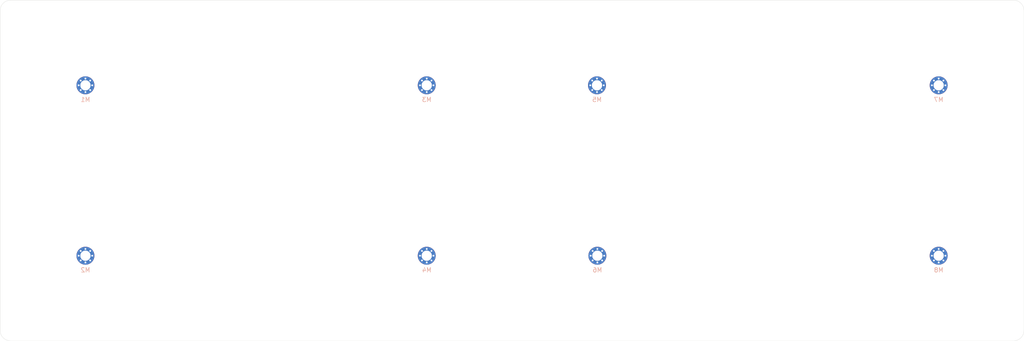
<source format=kicad_pcb>
(kicad_pcb (version 20171130) (host pcbnew 5.1.9+dfsg1-1)

  (general
    (thickness 1.6)
    (drawings 8)
    (tracks 0)
    (zones 0)
    (modules 8)
    (nets 1)
  )

  (page A4)
  (layers
    (0 F.Cu signal)
    (31 B.Cu signal)
    (32 B.Adhes user)
    (33 F.Adhes user)
    (34 B.Paste user)
    (35 F.Paste user)
    (36 B.SilkS user)
    (37 F.SilkS user)
    (38 B.Mask user)
    (39 F.Mask user)
    (40 Dwgs.User user)
    (41 Cmts.User user)
    (42 Eco1.User user)
    (43 Eco2.User user)
    (44 Edge.Cuts user)
    (45 Margin user)
    (46 B.CrtYd user)
    (47 F.CrtYd user)
    (48 B.Fab user)
    (49 F.Fab user)
  )

  (setup
    (last_trace_width 0.25)
    (trace_clearance 0.2)
    (zone_clearance 0.508)
    (zone_45_only no)
    (trace_min 0.2)
    (via_size 0.8)
    (via_drill 0.4)
    (via_min_size 0.4)
    (via_min_drill 0.3)
    (uvia_size 0.3)
    (uvia_drill 0.1)
    (uvias_allowed no)
    (uvia_min_size 0.2)
    (uvia_min_drill 0.1)
    (edge_width 0.05)
    (segment_width 0.2)
    (pcb_text_width 0.3)
    (pcb_text_size 1.5 1.5)
    (mod_edge_width 0.12)
    (mod_text_size 1 1)
    (mod_text_width 0.15)
    (pad_size 1.524 1.524)
    (pad_drill 0.762)
    (pad_to_mask_clearance 0)
    (aux_axis_origin 0 0)
    (visible_elements FFFFFF7F)
    (pcbplotparams
      (layerselection 0x010cc_ffffffff)
      (usegerberextensions false)
      (usegerberattributes true)
      (usegerberadvancedattributes true)
      (creategerberjobfile true)
      (excludeedgelayer true)
      (linewidth 0.100000)
      (plotframeref false)
      (viasonmask false)
      (mode 1)
      (useauxorigin false)
      (hpglpennumber 1)
      (hpglpenspeed 20)
      (hpglpendiameter 15.000000)
      (psnegative false)
      (psa4output false)
      (plotreference true)
      (plotvalue true)
      (plotinvisibletext false)
      (padsonsilk false)
      (subtractmaskfromsilk false)
      (outputformat 1)
      (mirror false)
      (drillshape 0)
      (scaleselection 1)
      (outputdirectory "gerber"))
  )

  (net 0 "")

  (net_class Default "This is the default net class."
    (clearance 0.2)
    (trace_width 0.25)
    (via_dia 0.8)
    (via_drill 0.4)
    (uvia_dia 0.3)
    (uvia_drill 0.1)
  )

  (module kbd:M2_HOLE_v3 (layer B.Cu) (tedit 5F7666AF) (tstamp 623F7D54)
    (at 249.2375 96.8375)
    (descr "Mounting Hole 2.2mm, no annular, M2")
    (tags "mounting hole 2.2mm no annular m2")
    (path /6241FEDE)
    (attr virtual)
    (fp_text reference M8 (at 0 3.2) (layer B.SilkS)
      (effects (font (size 1 1) (thickness 0.15)) (justify mirror))
    )
    (fp_text value MountingHole (at 0 -3.2) (layer B.Fab)
      (effects (font (size 1 1) (thickness 0.15)) (justify mirror))
    )
    (fp_circle (center 0 0) (end 2.2 0) (layer Cmts.User) (width 0.15))
    (fp_circle (center 0 0) (end 2.45 0) (layer B.CrtYd) (width 0.05))
    (fp_text user %R (at 0.3 0) (layer B.Fab)
      (effects (font (size 1 1) (thickness 0.15)) (justify mirror))
    )
    (pad 1 thru_hole circle (at 1.06 1.06) (size 0.5 0.5) (drill 0.4) (layers *.Cu *.Mask))
    (pad 1 thru_hole circle (at -1.06 1.06) (size 0.5 0.5) (drill 0.4) (layers *.Cu *.Mask))
    (pad 1 thru_hole circle (at -1.06 -1.06) (size 0.5 0.5) (drill 0.4) (layers *.Cu *.Mask))
    (pad 1 thru_hole circle (at 1.06 -1.06) (size 0.5 0.5) (drill 0.4) (layers *.Cu *.Mask))
    (pad 1 thru_hole circle (at 0 1.5) (size 0.5 0.5) (drill 0.4) (layers *.Cu *.Mask))
    (pad 1 thru_hole circle (at 0 -1.5) (size 0.5 0.5) (drill 0.4) (layers *.Cu *.Mask))
    (pad 1 thru_hole circle (at -1.5 0) (size 0.5 0.5) (drill 0.4) (layers *.Cu *.Mask))
    (pad 1 thru_hole circle (at 1.5 0) (size 0.5 0.5) (drill 0.4) (layers *.Cu *.Mask))
    (pad 1 thru_hole circle (at 0 0) (size 4 4) (drill 2.3) (layers *.Cu *.Mask))
  )

  (module kbd:M2_HOLE_v3 (layer B.Cu) (tedit 5F7666AF) (tstamp 623F7D44)
    (at 249.2375 58.7375)
    (descr "Mounting Hole 2.2mm, no annular, M2")
    (tags "mounting hole 2.2mm no annular m2")
    (path /6241FED8)
    (attr virtual)
    (fp_text reference M7 (at 0 3.2) (layer B.SilkS)
      (effects (font (size 1 1) (thickness 0.15)) (justify mirror))
    )
    (fp_text value MountingHole (at 0 -3.2) (layer B.Fab)
      (effects (font (size 1 1) (thickness 0.15)) (justify mirror))
    )
    (fp_circle (center 0 0) (end 2.2 0) (layer Cmts.User) (width 0.15))
    (fp_circle (center 0 0) (end 2.45 0) (layer B.CrtYd) (width 0.05))
    (fp_text user %R (at 0.3 0) (layer B.Fab)
      (effects (font (size 1 1) (thickness 0.15)) (justify mirror))
    )
    (pad 1 thru_hole circle (at 1.06 1.06) (size 0.5 0.5) (drill 0.4) (layers *.Cu *.Mask))
    (pad 1 thru_hole circle (at -1.06 1.06) (size 0.5 0.5) (drill 0.4) (layers *.Cu *.Mask))
    (pad 1 thru_hole circle (at -1.06 -1.06) (size 0.5 0.5) (drill 0.4) (layers *.Cu *.Mask))
    (pad 1 thru_hole circle (at 1.06 -1.06) (size 0.5 0.5) (drill 0.4) (layers *.Cu *.Mask))
    (pad 1 thru_hole circle (at 0 1.5) (size 0.5 0.5) (drill 0.4) (layers *.Cu *.Mask))
    (pad 1 thru_hole circle (at 0 -1.5) (size 0.5 0.5) (drill 0.4) (layers *.Cu *.Mask))
    (pad 1 thru_hole circle (at -1.5 0) (size 0.5 0.5) (drill 0.4) (layers *.Cu *.Mask))
    (pad 1 thru_hole circle (at 1.5 0) (size 0.5 0.5) (drill 0.4) (layers *.Cu *.Mask))
    (pad 1 thru_hole circle (at 0 0) (size 4 4) (drill 2.3) (layers *.Cu *.Mask))
  )

  (module kbd:M2_HOLE_v3 (layer B.Cu) (tedit 5F7666AF) (tstamp 623F7D34)
    (at 173.0375 96.8375)
    (descr "Mounting Hole 2.2mm, no annular, M2")
    (tags "mounting hole 2.2mm no annular m2")
    (path /6241FED2)
    (attr virtual)
    (fp_text reference M6 (at 0 3.2) (layer B.SilkS)
      (effects (font (size 1 1) (thickness 0.15)) (justify mirror))
    )
    (fp_text value MountingHole (at 0 -3.2) (layer B.Fab)
      (effects (font (size 1 1) (thickness 0.15)) (justify mirror))
    )
    (fp_circle (center 0 0) (end 2.2 0) (layer Cmts.User) (width 0.15))
    (fp_circle (center 0 0) (end 2.45 0) (layer B.CrtYd) (width 0.05))
    (fp_text user %R (at 0.3 0) (layer B.Fab)
      (effects (font (size 1 1) (thickness 0.15)) (justify mirror))
    )
    (pad 1 thru_hole circle (at 1.06 1.06) (size 0.5 0.5) (drill 0.4) (layers *.Cu *.Mask))
    (pad 1 thru_hole circle (at -1.06 1.06) (size 0.5 0.5) (drill 0.4) (layers *.Cu *.Mask))
    (pad 1 thru_hole circle (at -1.06 -1.06) (size 0.5 0.5) (drill 0.4) (layers *.Cu *.Mask))
    (pad 1 thru_hole circle (at 1.06 -1.06) (size 0.5 0.5) (drill 0.4) (layers *.Cu *.Mask))
    (pad 1 thru_hole circle (at 0 1.5) (size 0.5 0.5) (drill 0.4) (layers *.Cu *.Mask))
    (pad 1 thru_hole circle (at 0 -1.5) (size 0.5 0.5) (drill 0.4) (layers *.Cu *.Mask))
    (pad 1 thru_hole circle (at -1.5 0) (size 0.5 0.5) (drill 0.4) (layers *.Cu *.Mask))
    (pad 1 thru_hole circle (at 1.5 0) (size 0.5 0.5) (drill 0.4) (layers *.Cu *.Mask))
    (pad 1 thru_hole circle (at 0 0) (size 4 4) (drill 2.3) (layers *.Cu *.Mask))
  )

  (module kbd:M2_HOLE_v3 (layer B.Cu) (tedit 5F7666AF) (tstamp 623F7D24)
    (at 172.95 58.7375)
    (descr "Mounting Hole 2.2mm, no annular, M2")
    (tags "mounting hole 2.2mm no annular m2")
    (path /6241FECC)
    (attr virtual)
    (fp_text reference M5 (at 0 3.2) (layer B.SilkS)
      (effects (font (size 1 1) (thickness 0.15)) (justify mirror))
    )
    (fp_text value MountingHole (at 0 -3.2) (layer B.Fab)
      (effects (font (size 1 1) (thickness 0.15)) (justify mirror))
    )
    (fp_circle (center 0 0) (end 2.2 0) (layer Cmts.User) (width 0.15))
    (fp_circle (center 0 0) (end 2.45 0) (layer B.CrtYd) (width 0.05))
    (fp_text user %R (at 0.3 0) (layer B.Fab)
      (effects (font (size 1 1) (thickness 0.15)) (justify mirror))
    )
    (pad 1 thru_hole circle (at 1.06 1.06) (size 0.5 0.5) (drill 0.4) (layers *.Cu *.Mask))
    (pad 1 thru_hole circle (at -1.06 1.06) (size 0.5 0.5) (drill 0.4) (layers *.Cu *.Mask))
    (pad 1 thru_hole circle (at -1.06 -1.06) (size 0.5 0.5) (drill 0.4) (layers *.Cu *.Mask))
    (pad 1 thru_hole circle (at 1.06 -1.06) (size 0.5 0.5) (drill 0.4) (layers *.Cu *.Mask))
    (pad 1 thru_hole circle (at 0 1.5) (size 0.5 0.5) (drill 0.4) (layers *.Cu *.Mask))
    (pad 1 thru_hole circle (at 0 -1.5) (size 0.5 0.5) (drill 0.4) (layers *.Cu *.Mask))
    (pad 1 thru_hole circle (at -1.5 0) (size 0.5 0.5) (drill 0.4) (layers *.Cu *.Mask))
    (pad 1 thru_hole circle (at 1.5 0) (size 0.5 0.5) (drill 0.4) (layers *.Cu *.Mask))
    (pad 1 thru_hole circle (at 0 0) (size 4 4) (drill 2.3) (layers *.Cu *.Mask))
  )

  (module kbd:M2_HOLE_v3 (layer B.Cu) (tedit 5F7666AF) (tstamp 623F7D14)
    (at 134.9375 96.8375)
    (descr "Mounting Hole 2.2mm, no annular, M2")
    (tags "mounting hole 2.2mm no annular m2")
    (path /6241F570)
    (attr virtual)
    (fp_text reference M4 (at 0 3.2) (layer B.SilkS)
      (effects (font (size 1 1) (thickness 0.15)) (justify mirror))
    )
    (fp_text value MountingHole (at 0 -3.2) (layer B.Fab)
      (effects (font (size 1 1) (thickness 0.15)) (justify mirror))
    )
    (fp_circle (center 0 0) (end 2.2 0) (layer Cmts.User) (width 0.15))
    (fp_circle (center 0 0) (end 2.45 0) (layer B.CrtYd) (width 0.05))
    (fp_text user %R (at 0.3 0) (layer B.Fab)
      (effects (font (size 1 1) (thickness 0.15)) (justify mirror))
    )
    (pad 1 thru_hole circle (at 1.06 1.06) (size 0.5 0.5) (drill 0.4) (layers *.Cu *.Mask))
    (pad 1 thru_hole circle (at -1.06 1.06) (size 0.5 0.5) (drill 0.4) (layers *.Cu *.Mask))
    (pad 1 thru_hole circle (at -1.06 -1.06) (size 0.5 0.5) (drill 0.4) (layers *.Cu *.Mask))
    (pad 1 thru_hole circle (at 1.06 -1.06) (size 0.5 0.5) (drill 0.4) (layers *.Cu *.Mask))
    (pad 1 thru_hole circle (at 0 1.5) (size 0.5 0.5) (drill 0.4) (layers *.Cu *.Mask))
    (pad 1 thru_hole circle (at 0 -1.5) (size 0.5 0.5) (drill 0.4) (layers *.Cu *.Mask))
    (pad 1 thru_hole circle (at -1.5 0) (size 0.5 0.5) (drill 0.4) (layers *.Cu *.Mask))
    (pad 1 thru_hole circle (at 1.5 0) (size 0.5 0.5) (drill 0.4) (layers *.Cu *.Mask))
    (pad 1 thru_hole circle (at 0 0) (size 4 4) (drill 2.3) (layers *.Cu *.Mask))
  )

  (module kbd:M2_HOLE_v3 (layer B.Cu) (tedit 5F7666AF) (tstamp 623F7D04)
    (at 134.9375 58.7375)
    (descr "Mounting Hole 2.2mm, no annular, M2")
    (tags "mounting hole 2.2mm no annular m2")
    (path /6241F56A)
    (attr virtual)
    (fp_text reference M3 (at 0 3.2) (layer B.SilkS)
      (effects (font (size 1 1) (thickness 0.15)) (justify mirror))
    )
    (fp_text value MountingHole (at 0 -3.2) (layer B.Fab)
      (effects (font (size 1 1) (thickness 0.15)) (justify mirror))
    )
    (fp_circle (center 0 0) (end 2.2 0) (layer Cmts.User) (width 0.15))
    (fp_circle (center 0 0) (end 2.45 0) (layer B.CrtYd) (width 0.05))
    (fp_text user %R (at 0.3 0) (layer B.Fab)
      (effects (font (size 1 1) (thickness 0.15)) (justify mirror))
    )
    (pad 1 thru_hole circle (at 1.06 1.06) (size 0.5 0.5) (drill 0.4) (layers *.Cu *.Mask))
    (pad 1 thru_hole circle (at -1.06 1.06) (size 0.5 0.5) (drill 0.4) (layers *.Cu *.Mask))
    (pad 1 thru_hole circle (at -1.06 -1.06) (size 0.5 0.5) (drill 0.4) (layers *.Cu *.Mask))
    (pad 1 thru_hole circle (at 1.06 -1.06) (size 0.5 0.5) (drill 0.4) (layers *.Cu *.Mask))
    (pad 1 thru_hole circle (at 0 1.5) (size 0.5 0.5) (drill 0.4) (layers *.Cu *.Mask))
    (pad 1 thru_hole circle (at 0 -1.5) (size 0.5 0.5) (drill 0.4) (layers *.Cu *.Mask))
    (pad 1 thru_hole circle (at -1.5 0) (size 0.5 0.5) (drill 0.4) (layers *.Cu *.Mask))
    (pad 1 thru_hole circle (at 1.5 0) (size 0.5 0.5) (drill 0.4) (layers *.Cu *.Mask))
    (pad 1 thru_hole circle (at 0 0) (size 4 4) (drill 2.3) (layers *.Cu *.Mask))
  )

  (module kbd:M2_HOLE_v3 (layer B.Cu) (tedit 5F7666AF) (tstamp 623F7CF4)
    (at 58.7375 96.8375)
    (descr "Mounting Hole 2.2mm, no annular, M2")
    (tags "mounting hole 2.2mm no annular m2")
    (path /6241F1D0)
    (attr virtual)
    (fp_text reference M2 (at 0 3.2) (layer B.SilkS)
      (effects (font (size 1 1) (thickness 0.15)) (justify mirror))
    )
    (fp_text value MountingHole (at 0 -3.2) (layer B.Fab)
      (effects (font (size 1 1) (thickness 0.15)) (justify mirror))
    )
    (fp_circle (center 0 0) (end 2.2 0) (layer Cmts.User) (width 0.15))
    (fp_circle (center 0 0) (end 2.45 0) (layer B.CrtYd) (width 0.05))
    (fp_text user %R (at 0.3 0) (layer B.Fab)
      (effects (font (size 1 1) (thickness 0.15)) (justify mirror))
    )
    (pad 1 thru_hole circle (at 1.06 1.06) (size 0.5 0.5) (drill 0.4) (layers *.Cu *.Mask))
    (pad 1 thru_hole circle (at -1.06 1.06) (size 0.5 0.5) (drill 0.4) (layers *.Cu *.Mask))
    (pad 1 thru_hole circle (at -1.06 -1.06) (size 0.5 0.5) (drill 0.4) (layers *.Cu *.Mask))
    (pad 1 thru_hole circle (at 1.06 -1.06) (size 0.5 0.5) (drill 0.4) (layers *.Cu *.Mask))
    (pad 1 thru_hole circle (at 0 1.5) (size 0.5 0.5) (drill 0.4) (layers *.Cu *.Mask))
    (pad 1 thru_hole circle (at 0 -1.5) (size 0.5 0.5) (drill 0.4) (layers *.Cu *.Mask))
    (pad 1 thru_hole circle (at -1.5 0) (size 0.5 0.5) (drill 0.4) (layers *.Cu *.Mask))
    (pad 1 thru_hole circle (at 1.5 0) (size 0.5 0.5) (drill 0.4) (layers *.Cu *.Mask))
    (pad 1 thru_hole circle (at 0 0) (size 4 4) (drill 2.3) (layers *.Cu *.Mask))
  )

  (module kbd:M2_HOLE_v3 (layer B.Cu) (tedit 5F7666AF) (tstamp 623F7CE4)
    (at 58.7375 58.7375)
    (descr "Mounting Hole 2.2mm, no annular, M2")
    (tags "mounting hole 2.2mm no annular m2")
    (path /6241EE97)
    (attr virtual)
    (fp_text reference M1 (at 0 3.2) (layer B.SilkS)
      (effects (font (size 1 1) (thickness 0.15)) (justify mirror))
    )
    (fp_text value MountingHole (at 0 -3.2) (layer B.Fab)
      (effects (font (size 1 1) (thickness 0.15)) (justify mirror))
    )
    (fp_circle (center 0 0) (end 2.2 0) (layer Cmts.User) (width 0.15))
    (fp_circle (center 0 0) (end 2.45 0) (layer B.CrtYd) (width 0.05))
    (fp_text user %R (at 0.3 0) (layer B.Fab)
      (effects (font (size 1 1) (thickness 0.15)) (justify mirror))
    )
    (pad 1 thru_hole circle (at 1.06 1.06) (size 0.5 0.5) (drill 0.4) (layers *.Cu *.Mask))
    (pad 1 thru_hole circle (at -1.06 1.06) (size 0.5 0.5) (drill 0.4) (layers *.Cu *.Mask))
    (pad 1 thru_hole circle (at -1.06 -1.06) (size 0.5 0.5) (drill 0.4) (layers *.Cu *.Mask))
    (pad 1 thru_hole circle (at 1.06 -1.06) (size 0.5 0.5) (drill 0.4) (layers *.Cu *.Mask))
    (pad 1 thru_hole circle (at 0 1.5) (size 0.5 0.5) (drill 0.4) (layers *.Cu *.Mask))
    (pad 1 thru_hole circle (at 0 -1.5) (size 0.5 0.5) (drill 0.4) (layers *.Cu *.Mask))
    (pad 1 thru_hole circle (at -1.5 0) (size 0.5 0.5) (drill 0.4) (layers *.Cu *.Mask))
    (pad 1 thru_hole circle (at 1.5 0) (size 0.5 0.5) (drill 0.4) (layers *.Cu *.Mask))
    (pad 1 thru_hole circle (at 0 0) (size 4 4) (drill 2.3) (layers *.Cu *.Mask))
  )

  (gr_line (start 265.90625 39.6875) (end 42.06875 39.6875) (layer Edge.Cuts) (width 0.05) (tstamp 623F838E))
  (gr_line (start 268.2875 113.50625) (end 268.2875 42.06875) (layer Edge.Cuts) (width 0.05) (tstamp 623F838D))
  (gr_line (start 42.06875 115.8875) (end 265.90625 115.8875) (layer Edge.Cuts) (width 0.05) (tstamp 623F838C))
  (gr_line (start 39.6875 42.06875) (end 39.6875 113.50625) (layer Edge.Cuts) (width 0.05) (tstamp 623F838B))
  (gr_arc (start 265.90625 42.06875) (end 268.2875 42.06875) (angle -90) (layer Edge.Cuts) (width 0.05))
  (gr_arc (start 265.90625 113.50625) (end 265.90625 115.8875) (angle -90) (layer Edge.Cuts) (width 0.05))
  (gr_arc (start 42.06875 113.50625) (end 39.6875 113.50625) (angle -90) (layer Edge.Cuts) (width 0.05))
  (gr_arc (start 42.06875 42.06875) (end 42.06875 39.6875) (angle -90) (layer Edge.Cuts) (width 0.05))

)

</source>
